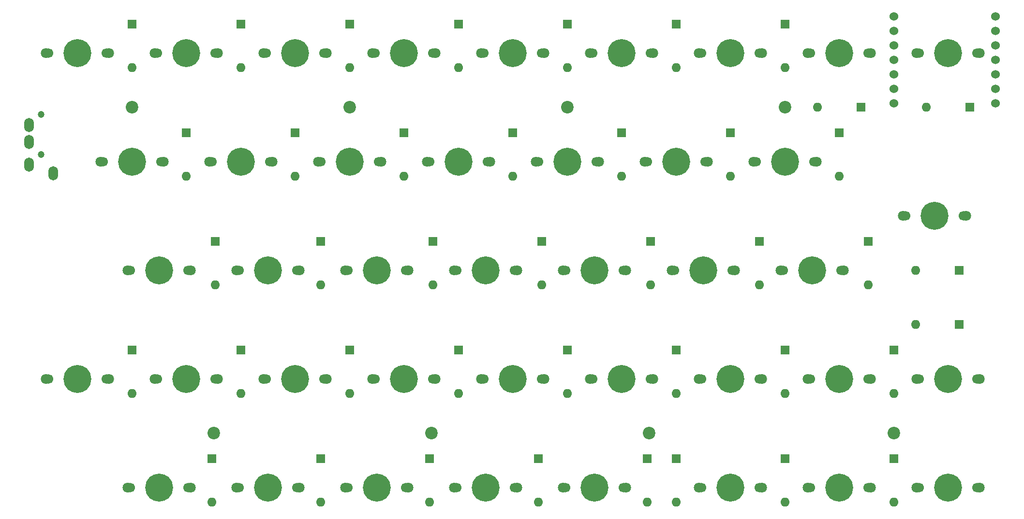
<source format=gbr>
%TF.GenerationSoftware,KiCad,Pcbnew,(7.0.0)*%
%TF.CreationDate,2023-02-28T11:25:28+09:00*%
%TF.ProjectId,sgkb-right,73676b62-2d72-4696-9768-742e6b696361,rev?*%
%TF.SameCoordinates,Original*%
%TF.FileFunction,Soldermask,Top*%
%TF.FilePolarity,Negative*%
%FSLAX46Y46*%
G04 Gerber Fmt 4.6, Leading zero omitted, Abs format (unit mm)*
G04 Created by KiCad (PCBNEW (7.0.0)) date 2023-02-28 11:25:28*
%MOMM*%
%LPD*%
G01*
G04 APERTURE LIST*
%ADD10C,1.800000*%
%ADD11C,1.700000*%
%ADD12C,4.900000*%
%ADD13R,1.600000X1.600000*%
%ADD14O,1.600000X1.600000*%
%ADD15C,2.200000*%
%ADD16C,1.200000*%
%ADD17O,1.700000X2.500000*%
%ADD18C,1.524000*%
G04 APERTURE END LIST*
D10*
%TO.C,SW5*%
X99275000Y-47625000D03*
D11*
X99695000Y-47625000D03*
D12*
X104775000Y-47625000D03*
D11*
X109855000Y-47625000D03*
D10*
X110275000Y-47625000D03*
%TD*%
D13*
%TO.C,D18*%
X180974999Y-61594999D03*
D14*
X180974999Y-69214999D03*
%TD*%
D10*
%TO.C,SW33*%
X80225000Y-104775000D03*
D11*
X80645000Y-104775000D03*
D12*
X85725000Y-104775000D03*
D11*
X90805000Y-104775000D03*
D10*
X91225000Y-104775000D03*
%TD*%
%TO.C,SW37*%
X156425000Y-104775000D03*
D11*
X156845000Y-104775000D03*
D12*
X161925000Y-104775000D03*
D11*
X167005000Y-104775000D03*
D10*
X167425000Y-104775000D03*
%TD*%
D15*
%TO.C,H8*%
X190500000Y-114300000D03*
%TD*%
D13*
%TO.C,D39*%
X201929999Y-95249999D03*
D14*
X194309999Y-95249999D03*
%TD*%
D10*
%TO.C,SW32*%
X61175000Y-104775000D03*
D11*
X61595000Y-104775000D03*
D12*
X66675000Y-104775000D03*
D11*
X71755000Y-104775000D03*
D10*
X72175000Y-104775000D03*
%TD*%
D13*
%TO.C,D22*%
X71754999Y-80644999D03*
D14*
X71754999Y-88264999D03*
%TD*%
D10*
%TO.C,SW49*%
X194525000Y-123825000D03*
D11*
X194945000Y-123825000D03*
D12*
X200025000Y-123825000D03*
D11*
X205105000Y-123825000D03*
D10*
X205525000Y-123825000D03*
%TD*%
D13*
%TO.C,D33*%
X95249999Y-99694999D03*
D14*
X95249999Y-107314999D03*
%TD*%
D13*
%TO.C,D47*%
X152399999Y-118744999D03*
D14*
X152399999Y-126364999D03*
%TD*%
D13*
%TO.C,D6*%
X133349999Y-42544999D03*
D14*
X133349999Y-50164999D03*
%TD*%
D13*
%TO.C,D45*%
X128269999Y-118744999D03*
D14*
X128269999Y-126364999D03*
%TD*%
D10*
%TO.C,SW3*%
X61175000Y-47625000D03*
D11*
X61595000Y-47625000D03*
D12*
X66675000Y-47625000D03*
D11*
X71755000Y-47625000D03*
D10*
X72175000Y-47625000D03*
%TD*%
%TO.C,SW6*%
X118325000Y-47625000D03*
D11*
X118745000Y-47625000D03*
D12*
X123825000Y-47625000D03*
D11*
X128905000Y-47625000D03*
D10*
X129325000Y-47625000D03*
%TD*%
%TO.C,SW46*%
X132612500Y-123825000D03*
D11*
X133032500Y-123825000D03*
D12*
X138112500Y-123825000D03*
D11*
X143192500Y-123825000D03*
D10*
X143612500Y-123825000D03*
%TD*%
%TO.C,SW45*%
X113562500Y-123825000D03*
D11*
X113982500Y-123825000D03*
D12*
X119062500Y-123825000D03*
D11*
X124142500Y-123825000D03*
D10*
X124562500Y-123825000D03*
%TD*%
%TO.C,SW17*%
X146900000Y-66675000D03*
D11*
X147320000Y-66675000D03*
D12*
X152400000Y-66675000D03*
D11*
X157480000Y-66675000D03*
D10*
X157900000Y-66675000D03*
%TD*%
D13*
%TO.C,D2*%
X57149999Y-42544999D03*
D14*
X57149999Y-50164999D03*
%TD*%
D13*
%TO.C,D7*%
X152399999Y-42544999D03*
D14*
X152399999Y-50164999D03*
%TD*%
D10*
%TO.C,SW48*%
X175475000Y-123825000D03*
D11*
X175895000Y-123825000D03*
D12*
X180975000Y-123825000D03*
D11*
X186055000Y-123825000D03*
D10*
X186475000Y-123825000D03*
%TD*%
D13*
%TO.C,D32*%
X76199999Y-99694999D03*
D14*
X76199999Y-107314999D03*
%TD*%
D13*
%TO.C,D15*%
X123824999Y-61594999D03*
D14*
X123824999Y-69214999D03*
%TD*%
D13*
%TO.C,D5*%
X114299999Y-42544999D03*
D14*
X114299999Y-50164999D03*
%TD*%
D13*
%TO.C,D8*%
X171449999Y-42544999D03*
D14*
X171449999Y-50164999D03*
%TD*%
D13*
%TO.C,D12*%
X66674999Y-61594999D03*
D14*
X66674999Y-69214999D03*
%TD*%
D10*
%TO.C,SW34*%
X99275000Y-104775000D03*
D11*
X99695000Y-104775000D03*
D12*
X104775000Y-104775000D03*
D11*
X109855000Y-104775000D03*
D10*
X110275000Y-104775000D03*
%TD*%
%TO.C,SW14*%
X89750000Y-66675000D03*
D11*
X90170000Y-66675000D03*
D12*
X95250000Y-66675000D03*
D11*
X100330000Y-66675000D03*
D10*
X100750000Y-66675000D03*
%TD*%
D13*
%TO.C,D31*%
X57149999Y-99694999D03*
D14*
X57149999Y-107314999D03*
%TD*%
D13*
%TO.C,D9*%
X184784999Y-57149999D03*
D14*
X177164999Y-57149999D03*
%TD*%
D15*
%TO.C,H7*%
X109537500Y-114300000D03*
%TD*%
D10*
%TO.C,SW8*%
X156425000Y-47625000D03*
D11*
X156845000Y-47625000D03*
D12*
X161925000Y-47625000D03*
D11*
X167005000Y-47625000D03*
D10*
X167425000Y-47625000D03*
%TD*%
%TO.C,SW28*%
X170712500Y-85725000D03*
D11*
X171132500Y-85725000D03*
D12*
X176212500Y-85725000D03*
D11*
X181292500Y-85725000D03*
D10*
X181712500Y-85725000D03*
%TD*%
%TO.C,SW25*%
X113562500Y-85725000D03*
D11*
X113982500Y-85725000D03*
D12*
X119062500Y-85725000D03*
D11*
X124142500Y-85725000D03*
D10*
X124562500Y-85725000D03*
%TD*%
D13*
%TO.C,D10*%
X203834999Y-57149999D03*
D14*
X196214999Y-57149999D03*
%TD*%
D13*
%TO.C,D36*%
X152399999Y-99694999D03*
D14*
X152399999Y-107314999D03*
%TD*%
D13*
%TO.C,D34*%
X114299999Y-99694999D03*
D14*
X114299999Y-107314999D03*
%TD*%
D13*
%TO.C,D38*%
X190499999Y-99694999D03*
D14*
X190499999Y-107314999D03*
%TD*%
D13*
%TO.C,D27*%
X167004999Y-80644999D03*
D14*
X167004999Y-88264999D03*
%TD*%
D15*
%TO.C,H4*%
X147637500Y-114300000D03*
%TD*%
D10*
%TO.C,SW35*%
X118325000Y-104775000D03*
D11*
X118745000Y-104775000D03*
D12*
X123825000Y-104775000D03*
D11*
X128905000Y-104775000D03*
D10*
X129325000Y-104775000D03*
%TD*%
%TO.C,SW31*%
X42125000Y-104775000D03*
D11*
X42545000Y-104775000D03*
D12*
X47625000Y-104775000D03*
D11*
X52705000Y-104775000D03*
D10*
X53125000Y-104775000D03*
%TD*%
D15*
%TO.C,H1*%
X57150000Y-57150000D03*
%TD*%
D10*
%TO.C,SW42*%
X56412500Y-123825000D03*
D11*
X56832500Y-123825000D03*
D12*
X61912500Y-123825000D03*
D11*
X66992500Y-123825000D03*
D10*
X67412500Y-123825000D03*
%TD*%
D13*
%TO.C,D35*%
X133349999Y-99694999D03*
D14*
X133349999Y-107314999D03*
%TD*%
D13*
%TO.C,D42*%
X71119999Y-118744999D03*
D14*
X71119999Y-126364999D03*
%TD*%
D10*
%TO.C,SW15*%
X108800000Y-66675000D03*
D11*
X109220000Y-66675000D03*
D12*
X114300000Y-66675000D03*
D11*
X119380000Y-66675000D03*
D10*
X119800000Y-66675000D03*
%TD*%
%TO.C,SW44*%
X94512500Y-123825000D03*
D11*
X94932500Y-123825000D03*
D12*
X100012500Y-123825000D03*
D11*
X105092500Y-123825000D03*
D10*
X105512500Y-123825000D03*
%TD*%
D13*
%TO.C,D48*%
X171449999Y-118744999D03*
D14*
X171449999Y-126364999D03*
%TD*%
D10*
%TO.C,SW43*%
X75462500Y-123825000D03*
D11*
X75882500Y-123825000D03*
D12*
X80962500Y-123825000D03*
D11*
X86042500Y-123825000D03*
D10*
X86462500Y-123825000D03*
%TD*%
D13*
%TO.C,D43*%
X90169999Y-118744999D03*
D14*
X90169999Y-126364999D03*
%TD*%
D13*
%TO.C,D13*%
X85724999Y-61594999D03*
D14*
X85724999Y-69214999D03*
%TD*%
D10*
%TO.C,SW12*%
X51650000Y-66675000D03*
D11*
X52070000Y-66675000D03*
D12*
X57150000Y-66675000D03*
D11*
X62230000Y-66675000D03*
D10*
X62650000Y-66675000D03*
%TD*%
%TO.C,SW36*%
X137375000Y-104775000D03*
D11*
X137795000Y-104775000D03*
D12*
X142875000Y-104775000D03*
D11*
X147955000Y-104775000D03*
D10*
X148375000Y-104775000D03*
%TD*%
D15*
%TO.C,H2*%
X133350000Y-57150000D03*
%TD*%
%TO.C,H6*%
X171450000Y-57150000D03*
%TD*%
D10*
%TO.C,SW39*%
X194525000Y-104775000D03*
D11*
X194945000Y-104775000D03*
D12*
X200025000Y-104775000D03*
D11*
X205105000Y-104775000D03*
D10*
X205525000Y-104775000D03*
%TD*%
%TO.C,SW18*%
X165950000Y-66675000D03*
D11*
X166370000Y-66675000D03*
D12*
X171450000Y-66675000D03*
D11*
X176530000Y-66675000D03*
D10*
X176950000Y-66675000D03*
%TD*%
%TO.C,SW47*%
X156425000Y-123825000D03*
D11*
X156845000Y-123825000D03*
D12*
X161925000Y-123825000D03*
D11*
X167005000Y-123825000D03*
D10*
X167425000Y-123825000D03*
%TD*%
%TO.C,SW23*%
X75462500Y-85725000D03*
D11*
X75882500Y-85725000D03*
D12*
X80962500Y-85725000D03*
D11*
X86042500Y-85725000D03*
D10*
X86462500Y-85725000D03*
%TD*%
D13*
%TO.C,D3*%
X76199999Y-42544999D03*
D14*
X76199999Y-50164999D03*
%TD*%
D10*
%TO.C,SW24*%
X94512500Y-85725000D03*
D11*
X94932500Y-85725000D03*
D12*
X100012500Y-85725000D03*
D11*
X105092500Y-85725000D03*
D10*
X105512500Y-85725000D03*
%TD*%
%TO.C,SW16*%
X127850000Y-66675000D03*
D11*
X128270000Y-66675000D03*
D12*
X133350000Y-66675000D03*
D11*
X138430000Y-66675000D03*
D10*
X138850000Y-66675000D03*
%TD*%
D13*
%TO.C,D25*%
X128904999Y-80644999D03*
D14*
X128904999Y-88264999D03*
%TD*%
D10*
%TO.C,SW26*%
X132612500Y-85725000D03*
D11*
X133032500Y-85725000D03*
D12*
X138112500Y-85725000D03*
D11*
X143192500Y-85725000D03*
D10*
X143612500Y-85725000D03*
%TD*%
%TO.C,SW9*%
X175475000Y-47625000D03*
D11*
X175895000Y-47625000D03*
D12*
X180975000Y-47625000D03*
D11*
X186055000Y-47625000D03*
D10*
X186475000Y-47625000D03*
%TD*%
%TO.C,SW19*%
X192143750Y-76200000D03*
D11*
X192563750Y-76200000D03*
D12*
X197643750Y-76200000D03*
D11*
X202723750Y-76200000D03*
D10*
X203143750Y-76200000D03*
%TD*%
D13*
%TO.C,D44*%
X109219999Y-118744999D03*
D14*
X109219999Y-126364999D03*
%TD*%
D13*
%TO.C,D4*%
X95249999Y-42544999D03*
D14*
X95249999Y-50164999D03*
%TD*%
D13*
%TO.C,D28*%
X186054999Y-80644999D03*
D14*
X186054999Y-88264999D03*
%TD*%
D10*
%TO.C,SW10*%
X194525000Y-47625000D03*
D11*
X194945000Y-47625000D03*
D12*
X200025000Y-47625000D03*
D11*
X205105000Y-47625000D03*
D10*
X205525000Y-47625000D03*
%TD*%
%TO.C,SW4*%
X80225000Y-47625000D03*
D11*
X80645000Y-47625000D03*
D12*
X85725000Y-47625000D03*
D11*
X90805000Y-47625000D03*
D10*
X91225000Y-47625000D03*
%TD*%
D13*
%TO.C,D26*%
X147954999Y-80644999D03*
D14*
X147954999Y-88264999D03*
%TD*%
D13*
%TO.C,D17*%
X161924999Y-61594999D03*
D14*
X161924999Y-69214999D03*
%TD*%
D13*
%TO.C,D19*%
X201929999Y-85724999D03*
D14*
X194309999Y-85724999D03*
%TD*%
D10*
%TO.C,SW27*%
X151662500Y-85725000D03*
D11*
X152082500Y-85725000D03*
D12*
X157162500Y-85725000D03*
D11*
X162242500Y-85725000D03*
D10*
X162662500Y-85725000D03*
%TD*%
D13*
%TO.C,D24*%
X109854999Y-80644999D03*
D14*
X109854999Y-88264999D03*
%TD*%
D13*
%TO.C,D49*%
X190499999Y-118744999D03*
D14*
X190499999Y-126364999D03*
%TD*%
D10*
%TO.C,SW22*%
X56412500Y-85725000D03*
D11*
X56832500Y-85725000D03*
D12*
X61912500Y-85725000D03*
D11*
X66992500Y-85725000D03*
D10*
X67412500Y-85725000D03*
%TD*%
D13*
%TO.C,D16*%
X142874999Y-61594999D03*
D14*
X142874999Y-69214999D03*
%TD*%
D10*
%TO.C,SW2*%
X42125000Y-47625000D03*
D11*
X42545000Y-47625000D03*
D12*
X47625000Y-47625000D03*
D11*
X52705000Y-47625000D03*
D10*
X53125000Y-47625000D03*
%TD*%
%TO.C,SW7*%
X137375000Y-47625000D03*
D11*
X137795000Y-47625000D03*
D12*
X142875000Y-47625000D03*
D11*
X147955000Y-47625000D03*
D10*
X148375000Y-47625000D03*
%TD*%
%TO.C,SW13*%
X70700000Y-66675000D03*
D11*
X71120000Y-66675000D03*
D12*
X76200000Y-66675000D03*
D11*
X81280000Y-66675000D03*
D10*
X81700000Y-66675000D03*
%TD*%
D13*
%TO.C,D23*%
X90169999Y-80644999D03*
D14*
X90169999Y-88264999D03*
%TD*%
D15*
%TO.C,H5*%
X95250000Y-57150000D03*
%TD*%
D13*
%TO.C,D14*%
X104774999Y-61594999D03*
D14*
X104774999Y-69214999D03*
%TD*%
D13*
%TO.C,D46*%
X147319999Y-118744999D03*
D14*
X147319999Y-126364999D03*
%TD*%
D13*
%TO.C,D37*%
X171449999Y-99694999D03*
D14*
X171449999Y-107314999D03*
%TD*%
D10*
%TO.C,SW38*%
X175475000Y-104775000D03*
D11*
X175895000Y-104775000D03*
D12*
X180975000Y-104775000D03*
D11*
X186055000Y-104775000D03*
D10*
X186475000Y-104775000D03*
%TD*%
D15*
%TO.C,H3*%
X71437500Y-114300000D03*
%TD*%
D16*
%TO.C,J1*%
X41275000Y-65405000D03*
X41275000Y-58405000D03*
D17*
X43374999Y-68704999D03*
X39174999Y-60204999D03*
X39174999Y-63204999D03*
X39174999Y-67204999D03*
%TD*%
D18*
%TO.C,U1*%
X208300000Y-41200000D03*
X208300000Y-43740000D03*
X208300000Y-46280000D03*
X208300000Y-48820000D03*
X208300000Y-51360000D03*
X208300000Y-53900000D03*
X208300000Y-56440000D03*
X190520000Y-56440000D03*
X190520000Y-53900000D03*
X190520000Y-51360000D03*
X190520000Y-48820000D03*
X190520000Y-46280000D03*
X190520000Y-43740000D03*
X190520000Y-41200000D03*
%TD*%
M02*

</source>
